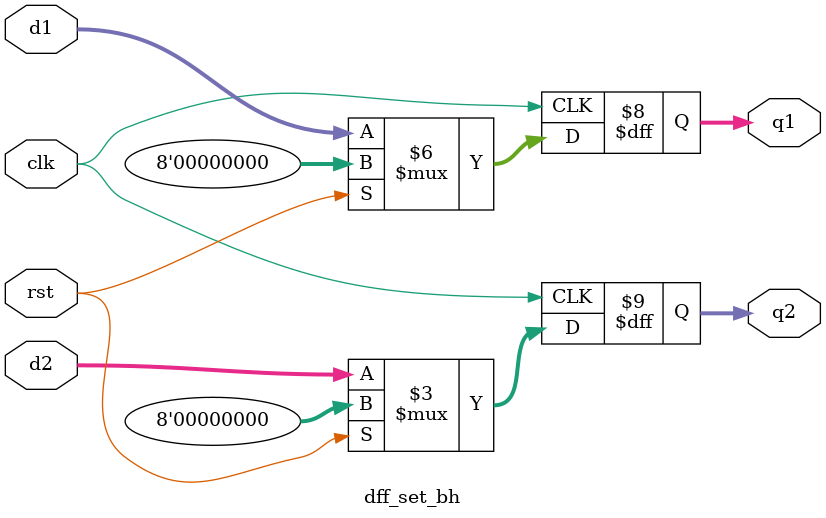
<source format=v>
`timescale 1ns/100ps
module dff_set_bh(q1,q2,clk,rst,d1,d2);
  input clk,rst;
  input [7:0]d1,d2;
  output reg [7:0] q1,q2;
  
  always @(posedge clk)
    if(rst) begin
      q1<=0;
      q2<=0;
    end
  else begin
    q1<=d1;
    q2<=d2;
  end
endmodule

</source>
